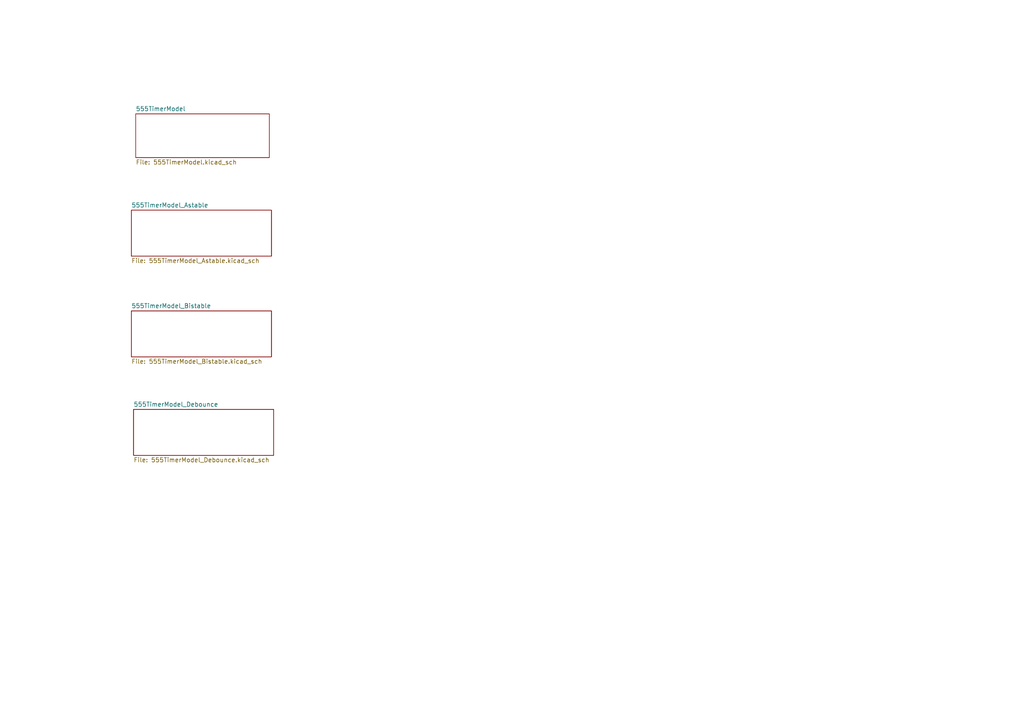
<source format=kicad_sch>
(kicad_sch
	(version 20231120)
	(generator "eeschema")
	(generator_version "8.0")
	(uuid "7a964d01-3b76-4e78-a3f9-cc24c6bb45d0")
	(paper "A4")
	(lib_symbols)
	(sheet
		(at 39.37 33.02)
		(size 38.735 12.7)
		(fields_autoplaced yes)
		(stroke
			(width 0.1524)
			(type solid)
		)
		(fill
			(color 0 0 0 0.0000)
		)
		(uuid "2465d78a-d64b-476e-9be8-a5e6c68c270b")
		(property "Sheetname" "555TimerModel"
			(at 39.37 32.3084 0)
			(effects
				(font
					(size 1.27 1.27)
				)
				(justify left bottom)
			)
		)
		(property "Sheetfile" "555TimerModel.kicad_sch"
			(at 39.37 46.3046 0)
			(effects
				(font
					(size 1.27 1.27)
				)
				(justify left top)
			)
		)
		(property "Field2" ""
			(at 39.37 33.02 0)
			(effects
				(font
					(size 1.27 1.27)
				)
				(hide yes)
			)
		)
		(instances
			(project "Schematic_Sims"
				(path "/7a964d01-3b76-4e78-a3f9-cc24c6bb45d0"
					(page "2")
				)
			)
		)
	)
	(sheet
		(at 38.1 90.17)
		(size 40.64 13.335)
		(fields_autoplaced yes)
		(stroke
			(width 0.1524)
			(type solid)
		)
		(fill
			(color 0 0 0 0.0000)
		)
		(uuid "7e100112-2f71-41ff-af93-547a45789157")
		(property "Sheetname" "555TimerModel_Bistable"
			(at 38.1 89.4584 0)
			(effects
				(font
					(size 1.27 1.27)
				)
				(justify left bottom)
			)
		)
		(property "Sheetfile" "555TimerModel_Bistable.kicad_sch"
			(at 38.1 104.0896 0)
			(effects
				(font
					(size 1.27 1.27)
				)
				(justify left top)
			)
		)
		(instances
			(project "Schematic_Sims"
				(path "/7a964d01-3b76-4e78-a3f9-cc24c6bb45d0"
					(page "4")
				)
			)
		)
	)
	(sheet
		(at 38.735 118.745)
		(size 40.64 13.335)
		(fields_autoplaced yes)
		(stroke
			(width 0.1524)
			(type solid)
		)
		(fill
			(color 0 0 0 0.0000)
		)
		(uuid "833a54d4-db89-4e67-859e-360de26d04d4")
		(property "Sheetname" "555TimerModel_Debounce"
			(at 38.735 118.0334 0)
			(effects
				(font
					(size 1.27 1.27)
				)
				(justify left bottom)
			)
		)
		(property "Sheetfile" "555TimerModel_Debounce.kicad_sch"
			(at 38.735 132.6646 0)
			(effects
				(font
					(size 1.27 1.27)
				)
				(justify left top)
			)
		)
		(instances
			(project "Schematic_Sims"
				(path "/7a964d01-3b76-4e78-a3f9-cc24c6bb45d0"
					(page "5")
				)
			)
		)
	)
	(sheet
		(at 38.1 60.96)
		(size 40.64 13.335)
		(fields_autoplaced yes)
		(stroke
			(width 0.1524)
			(type solid)
		)
		(fill
			(color 0 0 0 0.0000)
		)
		(uuid "be00ff00-febe-46a1-ab78-716242483a7e")
		(property "Sheetname" "555TimerModel_Astable"
			(at 38.1 60.2484 0)
			(effects
				(font
					(size 1.27 1.27)
				)
				(justify left bottom)
			)
		)
		(property "Sheetfile" "555TimerModel_Astable.kicad_sch"
			(at 38.1 74.8796 0)
			(effects
				(font
					(size 1.27 1.27)
				)
				(justify left top)
			)
		)
		(instances
			(project "Schematic_Sims"
				(path "/7a964d01-3b76-4e78-a3f9-cc24c6bb45d0"
					(page "3")
				)
			)
		)
	)
	(sheet_instances
		(path "/"
			(page "1")
		)
	)
)

</source>
